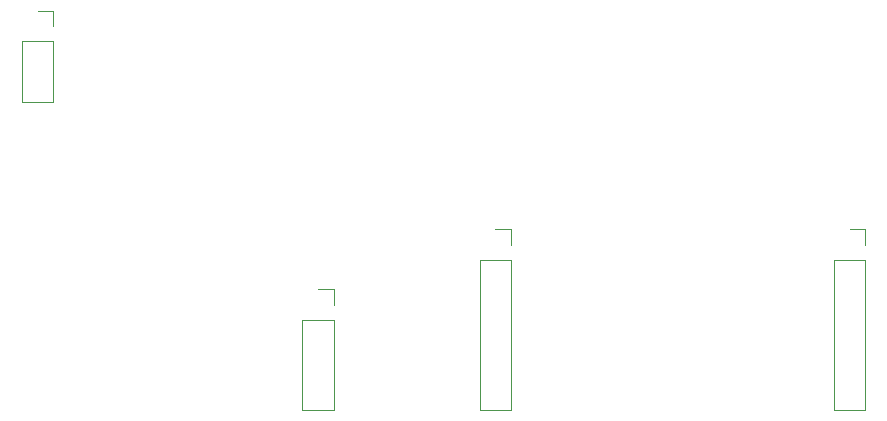
<source format=gbr>
G04 #@! TF.GenerationSoftware,KiCad,Pcbnew,6.0.2+dfsg-1*
G04 #@! TF.CreationDate,2022-08-30T21:03:39+10:00*
G04 #@! TF.ProjectId,AI.ABS.v1.single.ended.preamplifier,41492e41-4253-42e7-9631-2e73696e676c,rev?*
G04 #@! TF.SameCoordinates,Original*
G04 #@! TF.FileFunction,Legend,Bot*
G04 #@! TF.FilePolarity,Positive*
%FSLAX45Y45*%
G04 Gerber Fmt 4.5, Leading zero omitted, Abs format (unit mm)*
G04 Created by KiCad (PCBNEW 6.0.2+dfsg-1) date 2022-08-30 21:03:39*
%MOMM*%
%LPD*%
G01*
G04 APERTURE LIST*
%ADD10C,0.120000*%
G04 APERTURE END LIST*
D10*
X16708000Y-13653000D02*
X16442000Y-13653000D01*
X16708000Y-12377000D02*
X16708000Y-13653000D01*
X16442000Y-12377000D02*
X16442000Y-13653000D01*
X16708000Y-12377000D02*
X16442000Y-12377000D01*
X16708000Y-12250000D02*
X16708000Y-12117000D01*
X16708000Y-12117000D02*
X16575000Y-12117000D01*
X13708000Y-13653000D02*
X13442000Y-13653000D01*
X13708000Y-12377000D02*
X13708000Y-13653000D01*
X13442000Y-12377000D02*
X13442000Y-13653000D01*
X13708000Y-12377000D02*
X13442000Y-12377000D01*
X13708000Y-12250000D02*
X13708000Y-12117000D01*
X13708000Y-12117000D02*
X13575000Y-12117000D01*
X12208000Y-13653000D02*
X11942000Y-13653000D01*
X12208000Y-12885000D02*
X12208000Y-13653000D01*
X11942000Y-12885000D02*
X11942000Y-13653000D01*
X12208000Y-12885000D02*
X11942000Y-12885000D01*
X12208000Y-12758000D02*
X12208000Y-12625000D01*
X12208000Y-12625000D02*
X12075000Y-12625000D01*
X9833000Y-11043000D02*
X9567000Y-11043000D01*
X9833000Y-10529000D02*
X9833000Y-11043000D01*
X9567000Y-10529000D02*
X9567000Y-11043000D01*
X9833000Y-10529000D02*
X9567000Y-10529000D01*
X9833000Y-10402000D02*
X9833000Y-10269000D01*
X9833000Y-10269000D02*
X9700000Y-10269000D01*
M02*

</source>
